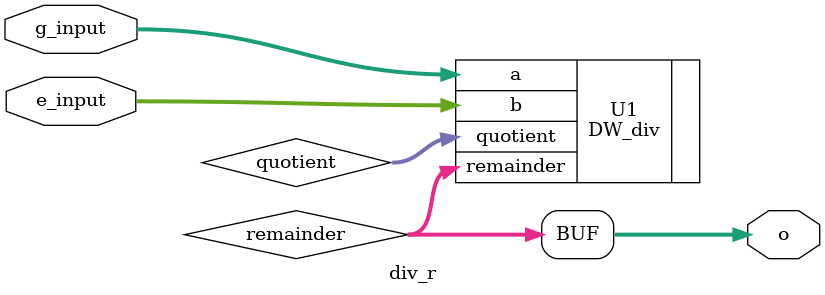
<source format=v>
`timescale 1ns / 1ps


// Please add +incdir+$SYNOPSYS/dw/sim_ver+ to your verilog simulator
// command line (for simulation).

module div_r(g_input, e_input, o);
  parameter width    = 32;
  parameter tc_mode  = 0;
  parameter rem_mode = 1; // corresponds to "%" in Verilog

  input  [width-1 : 0] g_input;
  input  [width-1 : 0] e_input;
  output [width-1 : 0] o;

  wire   [width-1 : 0] quotient;
  wire   [width-1 : 0] remainder;

  assign o = remainder;
  
  // Instance of DW_fp_div
  // more info: https://www.synopsys.com/dw/ipdir.php?c=DW_fp_div
  DW_div #(width, width, tc_mode, rem_mode)
    U1 (.a(g_input), .b(e_input),
        .quotient(quotient), .remainder(remainder));

endmodule





</source>
